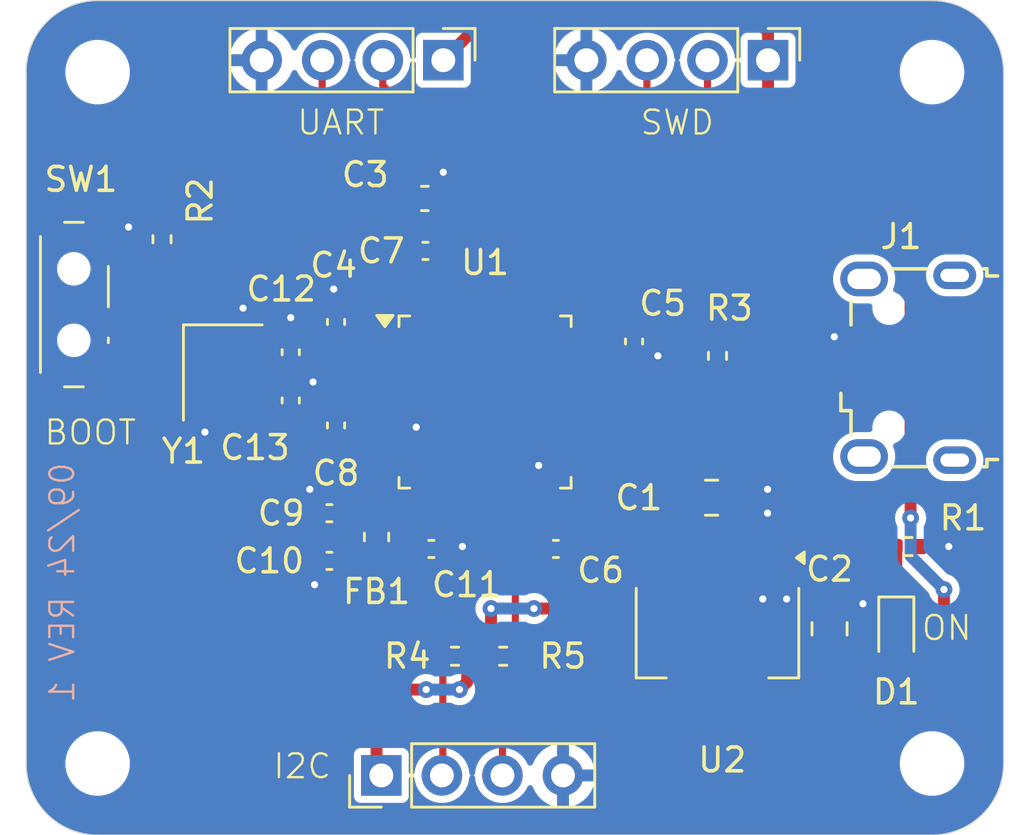
<source format=kicad_pcb>
(kicad_pcb (version 20240108) (generator "pcbnew") (generator_version "8.0")
  (layers (0 "F.Cu" signal) (31 "B.Cu" power) (34 "B.Paste" user) (35 "F.Paste" user) (36 "B.SilkS" user "B.Silkscreen") (37 "F.SilkS" user "F.Silkscreen") (38 "B.Mask" user) (39 "F.Mask" user) (44 "Edge.Cuts" user))
  (net 0 "")
  (net 1 "VBUS")
  (net 2 "GND")
  (net 3 "+3.3V")
  (net 4 "+3.3VA")
  (net 5 "/NRST")
  (net 6 "/HSE_IN")
  (net 7 "/HSE_OUT")
  (net 8 "/PWR__LED_K")
  (net 14 "/USB_D+")
  (net 15 "/USB_D-")
  (net 16 "/USART1_TX")
  (net 17 "/USART1_RX")
  (net 18 "/SW_DIO")
  (net 19 "/SW_CLK")
  (net 20 "/I2C2_SCL")
  (net 21 "/I2C2_SDA")
  (net 22 "/SW_BOOT0")
  (net 23 "/BOOT0")
  (footprint "Crystal:Crystal_SMD_3225-4Pin_3.2x2.5mm" (layer "F.Cu") (at 114.75 106.1 -90)
    (property "Reference" "Y1" (at 3.3 1.65 180) (layer "F.SilkS"))
    (property "Value" "16MHz" (hide yes))
    (fp_line (start -2 1.65) (end 2 1.65) (stroke (width 0.12)) (layer "F.SilkS"))
    (fp_line (start -2 -1.65) (end -2 1.65) (stroke (width 0.12)) (layer "F.SilkS"))
    (pad "1" smd rect (at -1.1 0.85 270) (size 1.4 1.2) (layers "F.Cu" "F.Paste" "F.Mask") (net 6 "/HSE_IN"))
    (pad "2" smd rect (at 1.1 0.85 270) (size 1.4 1.2) (layers "F.Cu" "F.Paste" "F.Mask") (net 2 "GND"))
    (pad "3" smd rect (at 1.1 -0.85 270) (size 1.4 1.2) (layers "F.Cu" "F.Paste" "F.Mask") (net 7 "/HSE_OUT"))
    (pad "4" smd rect (at -1.1 -0.85 270) (size 1.4 1.2) (layers "F.Cu" "F.Paste" "F.Mask") (net 2 "GND"))
  )
  (footprint "Connector_PinHeader_2.54mm:PinHeader_1x04_P2.54mm_Vertical" (layer "F.Cu") (at 121.4 123 90)
    (property "Reference" "J4" (hide yes))
    (property "Value" "Conn_01x04_Pin" (hide yes))
    (fp_line (start -1.33 -1.33) (end 0 -1.33) (stroke (width 0.12)) (layer "F.SilkS"))
    (fp_line (start -1.33 0) (end -1.33 -1.33) (stroke (width 0.12)) (layer "F.SilkS"))
    (fp_line (start 1.33 1.27) (end 1.33 8.95) (stroke (width 0.12)) (layer "F.SilkS"))
    (fp_line (start -1.33 1.27) (end 1.33 1.27) (stroke (width 0.12)) (layer "F.SilkS"))
    (fp_line (start -1.33 1.27) (end -1.33 8.95) (stroke (width 0.12)) (layer "F.SilkS"))
    (fp_line (start -1.33 8.95) (end 1.33 8.95) (stroke (width 0.12)) (layer "F.SilkS"))
    (pad "1" thru_hole rect (at 0 0 90) (size 1.7 1.7) (drill 1) (layers "*.Cu" "*.Mask") (net 3 "+3.3V"))
    (pad "2" thru_hole oval (at 0 2.54 90) (size 1.7 1.7) (drill 1) (layers "*.Cu" "*.Mask") (net 20 "/I2C2_SCL"))
    (pad "3" thru_hole oval (at 0 5.08 90) (size 1.7 1.7) (drill 1) (layers "*.Cu" "*.Mask") (net 21 "/I2C2_SDA"))
    (pad "4" thru_hole oval (at 0 7.62 90) (size 1.7 1.7) (drill 1) (layers "*.Cu" "*.Mask") (net 2 "GND"))
  )
  (footprint "Resistor_SMD:R_0402_1005Metric" (layer "F.Cu") (at 126.51 118)
    (property "Reference" "R5" (at 2.5 0 0) (layer "F.SilkS"))
    (property "Value" "1k5" (hide yes))
    (fp_line (start -0.153641 -0.38) (end 0.153641 -0.38) (stroke (width 0.12)) (layer "F.SilkS"))
    (fp_line (start -0.153641 0.38) (end 0.153641 0.38) (stroke (width 0.12)) (layer "F.SilkS"))
    (pad "1" smd roundrect (at -0.51 0) (size 0.54 0.64) (layers "F.Cu" "F.Paste" "F.Mask") (net 3 "+3.3V"))
    (pad "2" smd roundrect (at 0.51 0) (size 0.54 0.64) (layers "F.Cu" "F.Paste" "F.Mask") (net 21 "/I2C2_SDA"))
  )
  (footprint "Capacitor_SMD:C_0402_1005Metric" (layer "F.Cu") (at 119.22 112 180)
    (property "Reference" "C9" (at 2.02 0 360) (layer "F.SilkS"))
    (property "Value" "1u" (hide yes))
    (fp_line (start -0.107836 0.36) (end 0.107836 0.36) (stroke (width 0.12)) (layer "F.SilkS"))
    (fp_line (start -0.107836 -0.36) (end 0.107836 -0.36) (stroke (width 0.12)) (layer "F.SilkS"))
    (pad "1" smd roundrect (at -0.48 0 180) (size 0.56 0.62) (layers "F.Cu" "F.Paste" "F.Mask") (net 4 "+3.3VA"))
    (pad "2" smd roundrect (at 0.48 0 180) (size 0.56 0.62) (layers "F.Cu" "F.Paste" "F.Mask") (net 2 "GND"))
  )
  (footprint "Resistor_SMD:R_0402_1005Metric" (layer "F.Cu") (at 124.49 118 180)
    (property "Reference" "R4" (at 2 0 360) (layer "F.SilkS"))
    (property "Value" "1k5" (hide yes))
    (fp_line (start -0.153641 0.38) (end 0.153641 0.38) (stroke (width 0.12)) (layer "F.SilkS"))
    (fp_line (start -0.153641 -0.38) (end 0.153641 -0.38) (stroke (width 0.12)) (layer "F.SilkS"))
    (pad "1" smd roundrect (at -0.51 0 180) (size 0.54 0.64) (layers "F.Cu" "F.Paste" "F.Mask") (net 3 "+3.3V"))
    (pad "2" smd roundrect (at 0.51 0 180) (size 0.54 0.64) (layers "F.Cu" "F.Paste" "F.Mask") (net 20 "/I2C2_SCL"))
  )
  (footprint "Capacitor_SMD:C_0805_2012Metric" (layer "F.Cu") (at 135.25 111.35)
    (property "Reference" "C1" (at -3.05 0 0) (layer "F.SilkS"))
    (property "Value" "22u" (hide yes))
    (fp_line (start -0.261252 -0.735) (end 0.261252 -0.735) (stroke (width 0.12)) (layer "F.SilkS"))
    (fp_line (start -0.261252 0.735) (end 0.261252 0.735) (stroke (width 0.12)) (layer "F.SilkS"))
    (pad "1" smd roundrect (at -0.95 0) (size 1 1.45) (layers "F.Cu" "F.Paste" "F.Mask") (net 1 "VBUS"))
    (pad "2" smd roundrect (at 0.95 0) (size 1 1.45) (layers "F.Cu" "F.Paste" "F.Mask") (net 2 "GND"))
  )
  (footprint "Connector_USB:USB_Micro-B_Wuerth_629105150521" (layer "F.Cu") (at 143.5 105.9 90)
    (property "Reference" "J1" (at 5.5 -0.3 180) (layer "F.SilkS"))
    (property "Value" "USB_B_Micro" (hide yes))
    (fp_line (start -1.075 -2.825) (end -1.8 -2.825) (stroke (width 0.15)) (layer "F.SilkS"))
    (fp_line (start -1.8 -2.825) (end -1.8 -2.4) (stroke (width 0.15)) (layer "F.SilkS"))
    (fp_line (start 1.8 -2.4) (end 2.8 -2.4) (stroke (width 0.15)) (layer "F.SilkS"))
    (fp_line (start -1.8 -2.4) (end -2.8 -2.4) (stroke (width 0.15)) (layer "F.SilkS"))
    (fp_line (start -4.15 -0.65) (end -4.15 0.75) (stroke (width 0.15)) (layer "F.SilkS"))
    (fp_line (start 4.15 0.75) (end 4.15 -0.65) (stroke (width 0.15)) (layer "F.SilkS"))
    (fp_line (start -4.15 3.15) (end -4.15 3.3) (stroke (width 0.15)) (layer "F.SilkS"))
    (fp_line (start 4.15 3.3) (end 4.15 3.15) (stroke (width 0.15)) (layer "F.SilkS"))
    (fp_line (start 3.85 3.3) (end 4.15 3.3) (stroke (width 0.15)) (layer "F.SilkS"))
    (fp_line (start -3.85 3.3) (end -3.85 3.75) (stroke (width 0.15)) (layer "F.SilkS"))
    (fp_line (start -4.15 3.3) (end -3.85 3.3) (stroke (width 0.15)) (layer "F.SilkS"))
    (fp_line (start 3.85 3.75) (end 3.85 3.3) (stroke (width 0.15)) (layer "F.SilkS"))
    (pad "" np_thru_hole oval (at -2.5 -0.8 90) (size 0.8 0.8) (drill 0.8) (layers "*.Cu" "*.Mask"))
    (pad "" np_thru_hole oval (at 2.5 -0.8 90) (size 0.8 0.8) (drill 0.8) (layers "*.Cu" "*.Mask"))
    (pad "1" smd rect (at -1.3 -1.9 90) (size 0.45 1.3) (layers "F.Cu" "F.Paste" "F.Mask") (net 1 "VBUS"))
    (pad "2" smd rect (at -0.65 -1.9 90) (size 0.45 1.3) (layers "F.Cu" "F.Paste" "F.Mask") (net 15 "/USB_D-"))
    (pad "3" smd rect (at 0 -1.9 90) (size 0.45 1.3) (layers "F.Cu" "F.Paste" "F.Mask") (net 14 "/USB_D+"))
    (pad "4" smd rect (at 0.65 -1.9 90) (size 0.45 1.3) (layers "F.Cu" "F.Paste" "F.Mask"))
    (pad "5" smd rect (at 1.3 -1.9 90) (size 0.45 1.3) (layers "F.Cu" "F.Paste" "F.Mask") (net 2 "GND"))
    (pad "6" thru_hole oval (at -3.875 1.95 90) (size 1.15 1.8) (drill oval 0.55 1.2) (layers "*.Cu" "*.Mask"))
    (pad "6" thru_hole oval (at -3.725 -1.85 90) (size 1.45 2) (drill oval 0.85 1.4) (layers "*.Cu" "*.Mask"))
    (pad "6" thru_hole oval (at 3.725 -1.85 90) (size 1.45 2) (drill oval 0.85 1.4) (layers "*.Cu" "*.Mask"))
    (pad "6" thru_hole oval (at 3.875 1.95 90) (size 1.15 1.8) (drill oval 0.55 1.2) (layers "*.Cu" "*.Mask"))
  )
  (footprint "Package_QFP:LQFP-48_7x7mm_P0.5mm" (layer "F.Cu") (at 125.75 107.3375)
    (property "Reference" "U1" (at 0 -5.85 0) (layer "F.SilkS"))
    (property "Value" "STM32F103C8T6" (hide yes))
    (fp_line (start -3.61 -3.61) (end -3.61 -3.16) (stroke (width 0.12)) (layer "F.SilkS"))
    (fp_line (start -3.61 3.61) (end -3.61 3.16) (stroke (width 0.12)) (layer "F.SilkS"))
    (fp_line (start -3.16 -3.61) (end -3.61 -3.61) (stroke (width 0.12)) (layer "F.SilkS"))
    (fp_line (start -3.16 3.61) (end -3.61 3.61) (stroke (width 0.12)) (layer "F.SilkS"))
    (fp_line (start 3.16 -3.61) (end 3.61 -3.61) (stroke (width 0.12)) (layer "F.SilkS"))
    (fp_line (start 3.16 3.61) (end 3.61 3.61) (stroke (width 0.12)) (layer "F.SilkS"))
    (fp_line (start 3.61 -3.61) (end 3.61 -3.16) (stroke (width 0.12)) (layer "F.SilkS"))
    (fp_line (start 3.61 3.61) (end 3.61 3.16) (stroke (width 0.12)) (layer "F.SilkS"))
    (fp_poly (pts (xy -4.2 -3.16) (xy -4.54 -3.63) (xy -3.86 -3.63) (xy -4.2 -3.16)) (stroke (width 0.12)) (fill solid) (layer "F.SilkS"))
    (pad "1" smd roundrect (at -4.1625 -2.75) (size 1.475 0.3) (layers "F.Cu" "F.Paste" "F.Mask") (net 3 "+3.3V"))
    (pad "2" smd roundrect (at -4.1625 -2.25) (size 1.475 0.3) (layers "F.Cu" "F.Paste" "F.Mask"))
    (pad "3" smd roundrect (at -4.1625 -1.75) (size 1.475 0.3) (layers "F.Cu" "F.Paste" "F.Mask"))
    (pad "4" smd roundrect (at -4.1625 -1.25) (size 1.475 0.3) (layers "F.Cu" "F.Paste" "F.Mask"))
    (pad "5" smd roundrect (at -4.1625 -0.75) (size 1.475 0.3) (layers "F.Cu" "F.Paste" "F.Mask") (net 6 "/HSE_IN"))
    (pad "6" smd roundrect (at -4.1625 -0.25) (size 1.475 0.3) (layers "F.Cu" "F.Paste" "F.Mask") (net 7 "/HSE_OUT"))
    (pad "7" smd roundrect (at -4.1625 0.25) (size 1.475 0.3) (layers "F.Cu" "F.Paste" "F.Mask") (net 5 "/NRST"))
    (pad "8" smd roundrect (at -4.1625 0.75) (size 1.475 0.3) (layers "F.Cu" "F.Paste" "F.Mask") (net 2 "GND"))
    (pad "9" smd roundrect (at -4.1625 1.25) (size 1.475 0.3) (layers "F.Cu" "F.Paste" "F.Mask") (net 4 "+3.3VA"))
    (pad "10" smd roundrect (at -4.1625 1.75) (size 1.475 0.3) (layers "F.Cu" "F.Paste" "F.Mask"))
    (pad "11" smd roundrect (at -4.1625 2.25) (size 1.475 0.3) (layers "F.Cu" "F.Paste" "F.Mask"))
    (pad "12" smd roundrect (at -4.1625 2.75) (size 1.475 0.3) (layers "F.Cu" "F.Paste" "F.Mask"))
    (pad "13" smd roundrect (at -2.75 4.1625) (size 0.3 1.475) (layers "F.Cu" "F.Paste" "F.Mask"))
    (pad "14" smd roundrect (at -2.25 4.1625) (size 0.3 1.475) (layers "F.Cu" "F.Paste" "F.Mask"))
    (pad "15" smd roundrect (at -1.75 4.1625) (size 0.3 1.475) (layers "F.Cu" "F.Paste" "F.Mask"))
    (pad "16" smd roundrect (at -1.25 4.1625) (size 0.3 1.475) (layers "F.Cu" "F.Paste" "F.Mask"))
    (pad "17" smd roundrect (at -0.75 4.1625) (size 0.3 1.475) (layers "F.Cu" "F.Paste" "F.Mask"))
    (pad "18" smd roundrect (at -0.25 4.1625) (size 0.3 1.475) (layers "F.Cu" "F.Paste" "F.Mask"))
    (pad "19" smd roundrect (at 0.25 4.1625) (size 0.3 1.475) (layers "F.Cu" "F.Paste" "F.Mask"))
    (pad "20" smd roundrect (at 0.75 4.1625) (size 0.3 1.475) (layers "F.Cu" "F.Paste" "F.Mask"))
    (pad "21" smd roundrect (at 1.25 4.1625) (size 0.3 1.475) (layers "F.Cu" "F.Paste" "F.Mask") (net 20 "/I2C2_SCL"))
    (pad "22" smd roundrect (at 1.75 4.1625) (size 0.3 1.475) (layers "F.Cu" "F.Paste" "F.Mask") (net 21 "/I2C2_SDA"))
    (pad "23" smd roundrect (at 2.25 4.1625) (size 0.3 1.475) (layers "F.Cu" "F.Paste" "F.Mask") (net 2 "GND"))
    (pad "24" smd roundrect (at 2.75 4.1625) (size 0.3 1.475) (layers "F.Cu" "F.Paste" "F.Mask") (net 3 "+3.3V"))
    (pad "25" smd roundrect (at 4.1625 2.75) (size 1.475 0.3) (layers "F.Cu" "F.Paste" "F.Mask"))
    (pad "26" smd roundrect (at 4.1625 2.25) (size 1.475 0.3) (layers "F.Cu" "F.Paste" "F.Mask"))
    (pad "27" smd roundrect (at 4.1625 1.75) (size 1.475 0.3) (layers "F.Cu" "F.Paste" "F.Mask"))
    (pad "28" smd roundrect (at 4.1625 1.25) (size 1.475 0.3) (layers "F.Cu" "F.Paste" "F.Mask"))
    (pad "29" smd roundrect (at 4.1625 0.75) (size 1.475 0.3) (layers "F.Cu" "F.Paste" "F.Mask"))
    (pad "30" smd roundrect (at 4.1625 0.25) (size 1.475 0.3) (layers "F.Cu" "F.Paste" "F.Mask"))
    (pad "31" smd roundrect (at 4.1625 -0.25) (size 1.475 0.3) (layers "F.Cu" "F.Paste" "F.Mask"))
    (pad "32" smd roundrect (at 4.1625 -0.75) (size 1.475 0.3) (layers "F.Cu" "F.Paste" "F.Mask") (net 15 "/USB_D-"))
    (pad "33" smd roundrect (at 4.1625 -1.25) (size 1.475 0.3) (layers "F.Cu" "F.Paste" "F.Mask") (net 14 "/USB_D+"))
    (pad "34" smd roundrect (at 4.1625 -1.75) (size 1.475 0.3) (layers "F.Cu" "F.Paste" "F.Mask") (net 18 "/SW_DIO"))
    (pad "35" smd roundrect (at 4.1625 -2.25) (size 1.475 0.3) (layers "F.Cu" "F.Paste" "F.Mask") (net 2 "GND"))
    (pad "36" smd roundrect (at 4.1625 -2.75) (size 1.475 0.3) (layers "F.Cu" "F.Paste" "F.Mask") (net 3 "+3.3V"))
    (pad "37" smd roundrect (at 2.75 -4.1625) (size 0.3 1.475) (layers "F.Cu" "F.Paste" "F.Mask") (net 19 "/SW_CLK"))
    (pad "38" smd roundrect (at 2.25 -4.1625) (size 0.3 1.475) (layers "F.Cu" "F.Paste" "F.Mask"))
    (pad "39" smd roundrect (at 1.75 -4.1625) (size 0.3 1.475) (layers "F.Cu" "F.Paste" "F.Mask"))
    (pad "40" smd roundrect (at 1.25 -4.1625) (size 0.3 1.475) (layers "F.Cu" "F.Paste" "F.Mask"))
    (pad "41" smd roundrect (at 0.75 -4.1625) (size 0.3 1.475) (layers "F.Cu" "F.Paste" "F.Mask"))
    (pad "42" smd roundrect (at 0.25 -4.1625) (size 0.3 1.475) (layers "F.Cu" "F.Paste" "F.Mask") (net 16 "/USART1_TX"))
    (pad "43" smd roundrect (at -0.25 -4.1625) (size 0.3 1.475) (layers "F.Cu" "F.Paste" "F.Mask") (net 17 "/USART1_RX"))
    (pad "44" smd roundrect (at -0.75 -4.1625) (size 0.3 1.475) (layers "F.Cu" "F.Paste" "F.Mask") (net 23 "/BOOT0"))
    (pad "45" smd roundrect (at -1.25 -4.1625) (size 0.3 1.475) (layers "F.Cu" "F.Paste" "F.Mask"))
    (pad "46" smd roundrect (at -1.75 -4.1625) (size 0.3 1.475) (layers "F.Cu" "F.Paste" "F.Mask"))
    (pad "47" smd roundrect (at -2.25 -4.1625) (size 0.3 1.475) (layers "F.Cu" "F.Paste" "F.Mask") (net 2 "GND"))
    (pad "48" smd roundrect (at -2.75 -4.1625) (size 0.3 1.475) (layers "F.Cu" "F.Paste" "F.Mask") (net 3 "+3.3V"))
  )
  (footprint "Capacitor_SMD:C_0402_1005Metric" (layer "F.Cu") (at 119.22 114 180)
    (property "Reference" "C10" (at 2.52 0 360) (layer "F.SilkS"))
    (property "Value" "1u" (hide yes))
    (fp_line (start -0.107836 0.36) (end 0.107836 0.36) (stroke (width 0.12)) (layer "F.SilkS"))
    (fp_line (start -0.107836 -0.36) (end 0.107836 -0.36) (stroke (width 0.12)) (layer "F.SilkS"))
    (pad "1" smd roundrect (at -0.48 0 180) (size 0.56 0.62) (layers "F.Cu" "F.Paste" "F.Mask") (net 3 "+3.3V"))
    (pad "2" smd roundrect (at 0.48 0 180) (size 0.56 0.62) (layers "F.Cu" "F.Paste" "F.Mask") (net 2 "GND"))
  )
  (footprint "MountingHole:MountingHole_2.2mm_M2" (layer "F.Cu") (at 144.5 122.5)
    (property "Reference" "H2" (hide yes))
    (property "Value" "MountingHole" (hide yes))
    (pad "" np_thru_hole circle (at 0 0) (size 2.2 2.2) (drill 2.2) (layers "*.Cu" "*.Mask"))
  )
  (footprint "Capacitor_SMD:C_0402_1005Metric" (layer "F.Cu") (at 117.6 105.25 90)
    (property "Reference" "C12" (at 2.65 -0.4 180) (layer "F.SilkS"))
    (property "Value" "10p" (hide yes))
    (fp_line (start -0.107836 -0.36) (end 0.107836 -0.36) (stroke (width 0.12)) (layer "F.SilkS"))
    (fp_line (start -0.107836 0.36) (end 0.107836 0.36) (stroke (width 0.12)) (layer "F.SilkS"))
    (pad "1" smd roundrect (at -0.48 0 90) (size 0.56 0.62) (layers "F.Cu" "F.Paste" "F.Mask") (net 6 "/HSE_IN"))
    (pad "2" smd roundrect (at 0.48 0 90) (size 0.56 0.62) (layers "F.Cu" "F.Paste" "F.Mask") (net 2 "GND"))
  )
  (footprint "Resistor_SMD:R_0402_1005Metric" (layer "F.Cu") (at 135.5 105.4 90)
    (property "Reference" "R3" (at 2 0.5 180) (layer "F.SilkS"))
    (property "Value" "1k5" (hide yes))
    (fp_line (start -0.153641 -0.38) (end 0.153641 -0.38) (stroke (width 0.12)) (layer "F.SilkS"))
    (fp_line (start -0.153641 0.38) (end 0.153641 0.38) (stroke (width 0.12)) (layer "F.SilkS"))
    (pad "1" smd roundrect (at -0.51 0 90) (size 0.54 0.64) (layers "F.Cu" "F.Paste" "F.Mask") (net 14 "/USB_D+"))
    (pad "2" smd roundrect (at 0.51 0 90) (size 0.54 0.64) (layers "F.Cu" "F.Paste" "F.Mask") (net 3 "+3.3V"))
  )
  (footprint "Capacitor_SMD:C_0603_1608Metric" (layer "F.Cu") (at 123.225 98.8)
    (property "Reference" "C3" (at -2.5 -1 360) (layer "F.SilkS"))
    (property "Value" "10u" (hide yes))
    (fp_line (start -0.14058 -0.51) (end 0.14058 -0.51) (stroke (width 0.12)) (layer "F.SilkS"))
    (fp_line (start -0.14058 0.51) (end 0.14058 0.51) (stroke (width 0.12)) (layer "F.SilkS"))
    (pad "1" smd roundrect (at -0.775 0) (size 0.9 0.95) (layers "F.Cu" "F.Paste" "F.Mask") (net 3 "+3.3V"))
    (pad "2" smd roundrect (at 0.775 0) (size 0.9 0.95) (layers "F.Cu" "F.Paste" "F.Mask") (net 2 "GND"))
  )
  (footprint "Package_TO_SOT_SMD:SOT-223-3_TabPin2" (layer "F.Cu") (at 135.5 117 -90)
    (property "Reference" "U2" (at 5.35 -0.2 180) (layer "F.SilkS"))
    (property "Value" "AMS1117-3.3" (hide yes))
    (fp_line (start -1.85 3.41) (end 1.91 3.41) (stroke (width 0.12)) (layer "F.SilkS"))
    (fp_line (start 1.91 3.41) (end 1.91 2.15) (stroke (width 0.12)) (layer "F.SilkS"))
    (fp_line (start -1.85 -3.41) (end 1.91 -3.41) (stroke (width 0.12)) (layer "F.SilkS"))
    (fp_line (start 1.91 -3.41) (end 1.91 -2.15) (stroke (width 0.12)) (layer "F.SilkS"))
    (fp_poly (pts (xy -3.13 -3.31) (xy -3.37 -3.64) (xy -2.89 -3.64) (xy -3.13 -3.31)) (stroke (width 0.12)) (fill solid) (layer "F.SilkS"))
    (pad "1" smd roundrect (at -3.15 -2.3 270) (size 2 1.5) (layers "F.Cu" "F.Paste" "F.Mask") (net 2 "GND"))
    (pad "2" smd roundrect (at -3.15 0 270) (size 2 1.5) (layers "F.Cu" "F.Paste" "F.Mask") (net 3 "+3.3V"))
    (pad "2" smd roundrect (at 3.15 0 270) (size 2 3.8) (layers "F.Cu" "F.Paste" "F.Mask") (net 3 "+3.3V"))
    (pad "3" smd roundrect (at -3.15 2.3 270) (size 2 1.5) (layers "F.Cu" "F.Paste" "F.Mask") (net 1 "VBUS"))
  )
  (footprint "Capacitor_SMD:C_0402_1005Metric" (layer "F.Cu") (at 128.72 113.5 180)
    (property "Reference" "C6" (at -1.88 -0.9 360) (layer "F.SilkS"))
    (property "Value" "100n" (hide yes))
    (fp_line (start -0.107836 0.36) (end 0.107836 0.36) (stroke (width 0.12)) (layer "F.SilkS"))
    (fp_line (start -0.107836 -0.36) (end 0.107836 -0.36) (stroke (width 0.12)) (layer "F.SilkS"))
    (pad "1" smd roundrect (at -0.48 0 180) (size 0.56 0.62) (layers "F.Cu" "F.Paste" "F.Mask") (net 3 "+3.3V"))
    (pad "2" smd roundrect (at 0.48 0 180) (size 0.56 0.62) (layers "F.Cu" "F.Paste" "F.Mask") (net 2 "GND"))
  )
  (footprint "Capacitor_SMD:C_0402_1005Metric" (layer "F.Cu") (at 119.5 103.98 90)
    (property "Reference" "C4" (at 2.38 -0.1 180) (layer "F.SilkS"))
    (property "Value" "100n" (hide yes))
    (fp_line (start -0.107836 -0.36) (end 0.107836 -0.36) (stroke (width 0.12)) (layer "F.SilkS"))
    (fp_line (start -0.107836 0.36) (end 0.107836 0.36) (stroke (width 0.12)) (layer "F.SilkS"))
    (pad "1" smd roundrect (at -0.48 0 90) (size 0.56 0.62) (layers "F.Cu" "F.Paste" "F.Mask") (net 3 "+3.3V"))
    (pad "2" smd roundrect (at 0.48 0 90) (size 0.56 0.62) (layers "F.Cu" "F.Paste" "F.Mask") (net 2 "GND"))
  )
  (footprint "Button_Switch_SMD:SW_SPDT_PCM12" (layer "F.Cu") (at 108.83 103.25 -90)
    (property "Reference" "SW1" (at -5.25 0.03 0) (layer "F.SilkS"))
    (property "Value" "SW_SPDT" (hide yes))
    (fp_line (start -2.85 1.73) (end 2.85 1.73) (stroke (width 0.12)) (layer "F.SilkS"))
    (fp_line (start 3.45 0.72) (end 3.45 -0.07) (stroke (width 0.12)) (layer "F.SilkS"))
    (fp_line (start -3.45 -0.07) (end -3.45 0.72) (stroke (width 0.12)) (layer "F.SilkS"))
    (fp_line (start -1.6 -1.12) (end 0.1 -1.12) (stroke (width 0.12)) (layer "F.SilkS"))
    (fp_line (start 1.4 -1.12) (end 1.6 -1.12) (stroke (width 0.12)) (layer "F.SilkS"))
    (pad "" smd rect (at -3.65 -0.78 270) (size 1 0.8) (layers "F.Cu" "F.Paste" "F.Mask"))
    (pad "" smd rect (at -3.65 1.43 270) (size 1 0.8) (layers "F.Cu" "F.Paste" "F.Mask"))
    (pad "" np_thru_hole circle (at -1.5 0.33 270) (size 0.9 0.9) (drill 0.9) (layers "*.Cu" "*.Mask"))
    (pad "" np_thru_hole circle (at 1.5 0.33 270) (size 0.9 0.9) (drill 0.9) (layers "*.Cu" "*.Mask"))
    (pad "" smd rect (at 3.65 -0.78 270) (size 1 0.8) (layers "F.Cu" "F.Paste" "F.Mask"))
    (pad "" smd rect (at 3.65 1.43 270) (size 1 0.8) (layers "F.Cu" "F.Paste" "F.Mask"))
    (pad "1" smd rect (at -2.25 -1.43 270) (size 0.7 1.5) (layers "F.Cu" "F.Paste" "F.Mask") (net 2 "GND"))
    (pad "2" smd rect (at 0.75 -1.43 270) (size 0.7 1.5) (layers "F.Cu" "F.Paste" "F.Mask") (net 22 "/SW_BOOT0"))
    (pad "3" smd rect (at 2.25 -1.43 270) (size 0.7 1.5) (layers "F.Cu" "F.Paste" "F.Mask") (net 3 "+3.3V"))
  )
  (footprint "Capacitor_SMD:C_0402_1005Metric" (layer "F.Cu") (at 119.5 108.32 90)
    (property "Reference" "C8" (at -2 0 180) (layer "F.SilkS"))
    (property "Value" "10n" (hide yes))
    (fp_line (start -0.107836 -0.36) (end 0.107836 -0.36) (stroke (width 0.12)) (layer "F.SilkS"))
    (fp_line (start -0.107836 0.36) (end 0.107836 0.36) (stroke (width 0.12)) (layer "F.SilkS"))
    (pad "1" smd roundrect (at -0.48 0 90) (size 0.56 0.62) (layers "F.Cu" "F.Paste" "F.Mask") (net 4 "+3.3VA"))
    (pad "2" smd roundrect (at 0.48 0 90) (size 0.56 0.62) (layers "F.Cu" "F.Paste" "F.Mask") (net 2 "GND"))
  )
  (footprint "MountingHole:MountingHole_2.2mm_M2" (layer "F.Cu") (at 109.5 93.5)
    (property "Reference" "H4" (hide yes))
    (property "Value" "MountingHole" (hide yes))
    (pad "" np_thru_hole circle (at 0 0) (size 2.2 2.2) (drill 2.2) (layers "*.Cu" "*.Mask"))
  )
  (footprint "Connector_PinHeader_2.54mm:PinHeader_1x04_P2.54mm_Vertical" (layer "F.Cu") (at 137.62 93 -90)
    (property "Reference" "J3" (hide yes))
    (property "Value" "Conn_01x04_Pin" (hide yes))
    (fp_line (start -1.33 8.95) (end 1.33 8.95) (stroke (width 0.12)) (layer "F.SilkS"))
    (fp_line (start -1.33 1.27) (end -1.33 8.95) (stroke (width 0.12)) (layer "F.SilkS"))
    (fp_line (start -1.33 1.27) (end 1.33 1.27) (stroke (width 0.12)) (layer "F.SilkS"))
    (fp_line (start 1.33 1.27) (end 1.33 8.95) (stroke (width 0.12)) (layer "F.SilkS"))
    (fp_line (start -1.33 0) (end -1.33 -1.33) (stroke (width 0.12)) (layer "F.SilkS"))
    (fp_line (start -1.33 -1.33) (end 0 -1.33) (stroke (width 0.12)) (layer "F.SilkS"))
    (pad "1" thru_hole rect (at 0 0 270) (size 1.7 1.7) (drill 1) (layers "*.Cu" "*.Mask") (net 3 "+3.3V"))
    (pad "2" thru_hole oval (at 0 2.54 270) (size 1.7 1.7) (drill 1) (layers "*.Cu" "*.Mask") (net 18 "/SW_DIO"))
    (pad "3" thru_hole oval (at 0 5.08 270) (size 1.7 1.7) (drill 1) (layers "*.Cu" "*.Mask") (net 19 "/SW_CLK"))
    (pad "4" thru_hole oval (at 0 7.62 270) (size 1.7 1.7) (drill 1) (layers "*.Cu" "*.Mask") (net 2 "GND"))
  )
  (footprint "LED_SMD:LED_0603_1608Metric" (layer "F.Cu") (at 143 117 -90)
    (property "Reference" "D1" (at 2.5 0 180) (layer "F.SilkS"))
    (property "Value" "LED" (hide yes))
    (fp_line (start -1.485 0.735) (end 0.8 0.735) (stroke (width 0.12)) (layer "F.SilkS"))
    (fp_line (start -1.485 -0.735) (end -1.485 0.735) (stroke (width 0.12)) (layer "F.SilkS"))
    (fp_line (start 0.8 -0.735) (end -1.485 -0.735) (stroke (width 0.12)) (layer "F.SilkS"))
    (pad "1" smd roundrect (at -0.7875 0 270) (size 0.875 0.95) (layers "F.Cu" "F.Paste" "F.Mask") (net 8 "/PWR__LED_K"))
    (pad "2" smd roundrect (at 0.7875 0 270) (size 0.875 0.95) (layers "F.Cu" "F.Paste" "F.Mask") (net 3 "+3.3V"))
  )
  (footprint "Inductor_SMD:L_0603_1608Metric" (layer "F.Cu") (at 121.2 113 90)
    (property "Reference" "FB1" (at -2.2875 0 180) (layer "F.SilkS"))
    (property "Value" "120R" (hide yes))
    (fp_line (start -0.162779 -0.51) (end 0.162779 -0.51) (stroke (width 0.12)) (layer "F.SilkS"))
    (fp_line (start -0.162779 0.51) (end 0.162779 0.51) (stroke (width 0.12)) (layer "F.SilkS"))
    (pad "1" smd roundrect (at -0.7875 0 90) (size 0.875 0.95) (layers "F.Cu" "F.Paste" "F.Mask") (net 3 "+3.3V"))
    (pad "2" smd roundrect (at 0.7875 0 90) (size 0.875 0.95) (layers "F.Cu" "F.Paste" "F.Mask") (net 4 "+3.3VA"))
  )
  (footprint "Resistor_SMD:R_0402_1005Metric" (layer "F.Cu") (at 143.51 113.4)
    (property "Reference" "R1" (at 2.29 -1.2 180) (layer "F.SilkS"))
    (property "Value" "1k5" (hide yes))
    (fp_line (start -0.153641 -0.38) (end 0.153641 -0.38) (stroke (width 0.12)) (layer "F.SilkS"))
    (fp_line (start -0.153641 0.38) (end 0.153641 0.38) (stroke (width 0.12)) (layer "F.SilkS"))
    (pad "1" smd roundrect (at -0.51 0) (size 0.54 0.64) (layers "F.Cu" "F.Paste" "F.Mask") (net 8 "/PWR__LED_K"))
    (pad "2" smd roundrect (at 0.51 0) (size 0.54 0.64) (layers "F.Cu" "F.Paste" "F.Mask") (net 2 "GND"))
  )
  (footprint "Capacitor_SMD:C_0805_2012Metric" (layer "F.Cu") (at 140.2 116.85 90)
    (property "Reference" "C2" (at 2.5 0 180) (layer "F.SilkS"))
    (property "Value" "22u" (hide yes))
    (fp_line (start -0.261252 -0.735) (end 0.261252 -0.735) (stroke (width 0.12)) (layer "F.SilkS"))
    (fp_line (start -0.261252 0.735) (end 0.261252 0.735) (stroke (width 0.12)) (layer "F.SilkS"))
    (pad "1" smd roundrect (at -0.95 0 90) (size 1 1.45) (layers "F.Cu" "F.Paste" "F.Mask") (net 3 "+3.3V"))
    (pad "2" smd roundrect (at 0.95 0 90) (size 1 1.45) (layers "F.Cu" "F.Paste" "F.Mask") (net 2 "GND"))
  )
  (footprint "Capacitor_SMD:C_0402_1005Metric" (layer "F.Cu") (at 117.6 107.27 90)
    (property "Reference" "C13" (at -1.98 -1.5 180) (layer "F.SilkS"))
    (property "Value" "10p" (hide yes))
    (fp_line (start -0.107836 -0.36) (end 0.107836 -0.36) (stroke (width 0.12)) (layer "F.SilkS"))
    (fp_line (start -0.107836 0.36) (end 0.107836 0.36) (stroke (width 0.12)) (layer "F.SilkS"))
    (pad "1" smd roundrect (at -0.48 0 90) (size 0.56 0.62) (layers "F.Cu" "F.Paste" "F.Mask") (net 7 "/HSE_OUT"))
    (pad "2" smd roundrect (at 0.48 0 90) (size 0.56 0.62) (layers "F.Cu" "F.Paste" "F.Mask") (net 2 "GND"))
  )
  (footprint "MountingHole:MountingHole_2.2mm_M2" (layer "F.Cu") (at 144.5 93.5)
    (property "Reference" "H3" (hide yes))
    (property "Value" "MountingHole" (hide yes))
    (pad "" np_thru_hole circle (at 0 0) (size 2.2 2.2) (drill 2.2) (layers "*.Cu" "*.Mask"))
  )
  (footprint "Resistor_SMD:R_0402_1005Metric" (layer "F.Cu") (at 112.2 100.51 90)
    (property "Reference" "R2" (at 1.6 1.6 90) (layer "F.SilkS"))
    (property "Value" "10K" (hide yes))
    (fp_line (start -0.153641 -0.38) (end 0.153641 -0.38) (stroke (width 0.12)) (layer "F.SilkS"))
    (fp_line (start -0.153641 0.38) (end 0.153641 0.38) (stroke (width 0.12)) (layer "F.SilkS"))
    (pad "1" smd roundrect (at -0.51 0 90) (size 0.54 0.64) (layers "F.Cu" "F.Paste" "F.Mask") (net 22 "/SW_BOOT0"))
    (pad "2" smd roundrect (at 0.51 0 90) (size 0.54 0.64) (layers "F.Cu" "F.Paste" "F.Mask") (net 23 "/BOOT0"))
  )
  (footprint "Capacitor_SMD:C_0402_1005Metric" (layer "F.Cu") (at 132 104.8 -90)
    (property "Reference" "C5" (at -1.6 -1.2 360) (layer "F.SilkS"))
    (property "Value" "100n" (hide yes))
    (fp_line (start -0.107836 0.36) (end 0.107836 0.36) (stroke (width 0.12)) (layer "F.SilkS"))
    (fp_line (start -0.107836 -0.36) (end 0.107836 -0.36) (stroke (width 0.12)) (layer "F.SilkS"))
    (pad "1" smd roundrect (at -0.48 0 270) (size 0.56 0.62) (layers "F.Cu" "F.Paste" "F.Mask") (net 3 "+3.3V"))
    (pad "2" smd roundrect (at 0.48 0 270) (size 0.56 0.62) (layers "F.Cu" "F.Paste" "F.Mask") (net 2 "GND"))
  )
  (footprint "MountingHole:MountingHole_2.2mm_M2" (layer "F.Cu") (at 109.5 122.5)
    (property "Reference" "H1" (hide yes))
    (property "Value" "MountingHole" (hide yes))
    (pad "" np_thru_hole circle (at 0 0) (size 2.2 2.2) (drill 2.2) (layers "*.Cu" "*.Mask"))
  )
  (footprint "Capacitor_SMD:C_0402_1005Metric" (layer "F.Cu") (at 123.25 101)
    (property "Reference" "C7" (at -1.85 0 180) (layer "F.SilkS"))
    (property "Value" "100n" (hide yes))
    (fp_line (start -0.107836 -0.36) (end 0.107836 -0.36) (stroke (width 0.12)) (layer "F.SilkS"))
    (fp_line (start -0.107836 0.36) (end 0.107836 0.36) (stroke (width 0.12)) (layer "F.SilkS"))
    (pad "1" smd roundrect (at -0.48 0) (size 0.56 0.62) (layers "F.Cu" "F.Paste" "F.Mask") (net 3 "+3.3V"))
    (pad "2" smd roundrect (at 0.48 0) (size 0.56 0.62) (layers "F.Cu" "F.Paste" "F.Mask") (net 2 "GND"))
  )
  (footprint "Capacitor_SMD:C_0402_1005Metric" (layer "F.Cu") (at 123.5 113.5)
    (property "Reference" "C11" (at 1.48 1.5 0) (layer "F.SilkS"))
    (property "Value" "100n" (hide yes))
    (fp_line (start -0.107836 -0.36) (end 0.107836 -0.36) (stroke (width 0.12)) (layer "F.SilkS"))
    (fp_line (start -0.107836 0.36) (end 0.107836 0.36) (stroke (width 0.12)) (layer "F.SilkS"))
    (pad "1" smd roundrect (at -0.48 0) (size 0.56 0.62) (layers "F.Cu" "F.Paste" "F.Mask") (net 5 "/NRST"))
    (pad "2" smd roundrect (at 0.48 0) (size 0.56 0.62) (layers "F.Cu" "F.Paste" "F.Mask") (net 2 "GND"))
  )
  (footprint "Connector_PinHeader_2.54mm:PinHeader_1x04_P2.54mm_Vertical" (layer "F.Cu") (at 124 93 -90)
    (property "Reference" "J2" (hide yes))
    (property "Value" "Conn_01x04_Pin" (hide yes))
    (fp_line (start -1.33 8.95) (end 1.33 8.95) (stroke (width 0.12)) (layer "F.SilkS"))
    (fp_line (start -1.33 1.27) (end -1.33 8.95) (stroke (width 0.12)) (layer "F.SilkS"))
    (fp_line (start -1.33 1.27) (end 1.33 1.27) (stroke (width 0.12)) (layer "F.SilkS"))
    (fp_line (start 1.33 1.27) (end 1.33 8.95) (stroke (width 0.12)) (layer "F.SilkS"))
    (fp_line (start -1.33 0) (end -1.33 -1.33) (stroke (width 0.12)) (layer "F.SilkS"))
    (fp_line (start -1.33 -1.33) (end 0 -1.33) (stroke (width 0.12)) (layer "F.SilkS"))
    (pad "1" thru_hole rect (at 0 0 270) (size 1.7 1.7) (drill 1) (layers "*.Cu" "*.Mask") (net 3 "+3.3V"))
    (pad "2" thru_hole oval (at 0 2.54 270) (size 1.7 1.7) (drill 1) (layers "*.Cu" "*.Mask") (net 16 "/USART1_TX"))
    (pad "3" thru_hole oval (at 0 5.08 270) (size 1.7 1.7) (drill 1) (layers "*.Cu" "*.Mask") (net 17 "/USART1_RX"))
    (pad "4" thru_hole oval (at 0 7.62 270) (size 1.7 1.7) (drill 1) (layers "*.Cu" "*.Mask") (net 2 "GND"))
  )
  (gr_arc (start 109.5 125.5) (mid 107.37868 124.62132) (end 106.5 122.5) (stroke (width 0.05)) (layer "Edge.Cuts"))
  (gr_arc (start 144.5 90.5) (mid 146.62132 91.37868) (end 147.5 93.5) (stroke (width 0.05)) (layer "Edge.Cuts"))
  (gr_line (start 109.5 90.5) (end 144.5 90.5) (stroke (width 0.05)) (layer "Edge.Cuts"))
  (gr_arc (start 147.5 122.5) (mid 146.62132 124.62132) (end 144.5 125.5) (stroke (width 0.05)) (layer "Edge.Cuts"))
  (gr_line (start 106.5 122.5) (end 106.5 93.5) (stroke (width 0.05)) (layer "Edge.Cuts"))
  (gr_arc (start 106.5 93.5) (mid 107.37868 91.37868) (end 109.5 90.5) (stroke (width 0.05)) (layer "Edge.Cuts"))
  (gr_line (start 109.5 125.5) (end 144.5 125.5) (stroke (width 0.05)) (layer "Edge.Cuts"))
  (gr_line (start 147.5 93.5) (end 147.5 122.5) (stroke (width 0.05)) (layer "Edge.Cuts"))
  (gr_text "09/24 REV 1" (at 108.6 109.8 90) (layer "B.SilkS") (effects (font (size 1 1) (thickness 0.1)) (justify left bottom mirror)))
  (gr_text "ON" (at 144 117.4 0) (layer "F.SilkS") (effects (font (size 1 1) (thickness 0.1)) (justify left bottom)))
  (gr_text "UART" (at 117.8 96.2 0) (layer "F.SilkS") (effects (font (size 1 1) (thickness 0.1)) (justify left bottom)))
  (gr_text "I2C" (at 116.8 123.2 0) (layer "F.SilkS") (effects (font (size 1 1) (thickness 0.1)) (justify left bottom)))
  (gr_text "BOOT" (at 107.2 109.2 0) (layer "F.SilkS") (effects (font (size 1 1) (thickness 0.1)) (justify left bottom)))
  (gr_text "SWD" (at 132.2 96.2 0) (layer "F.SilkS") (effects (font (size 1 1) (thickness 0.1)) (justify left bottom)))
  (segment (start 124 98.8) (end 124 97.7) (width 0.5) (layer "F.Cu") (net 2))
  (segment (start 119.5 103.5) (end 119.5 102.7) (width 0.5) (layer "F.Cu") (net 2))
  (segment (start 118.242917 106.79) (end 118.534733 106.498184) (width 0.5) (layer "F.Cu") (net 2))
  (segment (start 123.5 103.175) (end 123.5 102.3) (width 0.3) (layer "F.Cu") (net 2))
  (segment (start 141.6 104.6) (end 140.4 104.6) (width 0.3) (layer "F.Cu") (net 2))
  (segment (start 123.5 102.3) (end 123.73 102.07) (width 0.3) (layer "F.Cu") (net 2))
  (segment (start 132.88 105.28) (end 133 105.4) (width 0.3) (layer "F.Cu") (net 2))
  (segment (start 132 105.28) (end 132.88 105.28) (width 0.3) (layer "F.Cu") (net 2))
  (segment (start 110.8 101) (end 110.8 100) (width 0.5) (layer "F.Cu") (net 2))
  (segment (start 118.74 114.86) (end 118.6 115) (width 0.5) (layer "F.Cu") (net 2))
  (segment (start 123.73 101) (end 123.73 100.47) (width 0.5) (layer "F.Cu") (net 2))
  (segment (start 115.6 105) (end 115.6 103.4) (width 0.5) (layer "F.Cu") (net 2))
  (segment (start 121.5875 108.0875) (end 120.2875 108.0875) (width 0.3) (layer "F.Cu") (net 2))
  (segment (start 128 111.5) (end 128 113.26) (width 0.3) (layer "F.Cu") (net 2))
  (segment (start 120.2875 108.0875) (end 120.04 107.84) (width 0.3) (layer "F.Cu") (net 2))
  (segment (start 124 100.2) (end 124 98.8) (width 0.5) (layer "F.Cu") (net 2))
  (segment (start 120.04 107.84) (end 119.5 107.84) (width 0.3) (layer "F.Cu") (net 2))
  (segment (start 124.7 113.5) (end 124.8 113.4) (width 0.5) (layer "F.Cu") (net 2))
  (segment (start 121.5875 108.0875) (end 122.55795 108.0875) (width 0.3) (layer "F.Cu") (net 2))
  (segment (start 118.74 114) (end 118.74 114.86) (width 0.5) (layer "F.Cu") (net 2))
  (segment (start 123.73 102.07) (end 123.73 101) (width 0.3) (layer "F.Cu") (net 2))
  (segment (start 122.55795 108.0875) (end 122.86348 108.39303) (width 0.3) (layer "F.Cu") (net 2))
  (segment (start 117.6 104.77) (end 117.6 103.8) (width 0.5) (layer "F.Cu") (net 2))
  (segment (start 123.73 100.47) (end 124 100.2) (width 0.5) (layer "F.Cu") (net 2))
  (segment (start 117.6 106.79) (end 118.242917 106.79) (width 0.5) (layer "F.Cu") (net 2))
  (segment (start 130.94562 105.28) (end 132 105.28) (width 0.3) (layer "F.Cu") (net 2))
  (segment (start 119.5 102.7) (end 119.4 102.6) (width 0.5) (layer "F.Cu") (net 2))
  (segment (start 128 113.26) (end 128.24 113.5) (width 0.3) (layer "F.Cu") (net 2))
  (segment (start 110.26 101) (end 110.8 101) (width 0.5) (layer "F.Cu") (net 2))
  (segment (start 129.9125 105.0875) (end 130.75312 105.0875) (width 0.3) (layer "F.Cu") (net 2))
  (segment (start 118.74 111.34) (end 118.4 111) (width 0.5) (layer "F.Cu") (net 2))
  (segment (start 118.74 112) (end 118.74 111.34) (width 0.5) (layer "F.Cu") (net 2))
  (segment (start 113.9 108.5) (end 114 108.6) (width 0.5) (layer "F.Cu") (net 2))
  (segment (start 145.2 113.4) (end 144.02 113.4) (width 0.5) (layer "F.Cu") (net 2))
  (segment (start 113.9 107.2) (end 113.9 108.5) (width 0.5) (layer "F.Cu") (net 2))
  (segment (start 130.75312 105.0875) (end 130.94562 105.28) (width 0.3) (layer "F.Cu") (net 2))
  (segment (start 123.98 113.5) (end 124.7 113.5) (width 0.5) (layer "F.Cu") (net 2))
  (segment (start 128 111.5) (end 128 110) (width 0.3) (layer "F.Cu") (net 2))
  (via (at 117.6 103.8) (size 0.7) (drill 0.3) (layers "F.Cu" "B.Cu") (net 2))
  (via (at 137.4 115.6) (size 0.7) (drill 0.3) (layers "F.Cu" "B.Cu") (net 2))
  (via (at 118.6 115) (size 0.7) (drill 0.3) (layers "F.Cu" "B.Cu") (net 2))
  (via (at 114 108.6) (size 0.7) (drill 0.3) (layers "F.Cu" "B.Cu") (net 2))
  (via (at 118.4 111) (size 0.7) (drill 0.3) (layers "F.Cu" "B.Cu") (net 2))
  (via (at 124 97.7) (size 0.7) (drill 0.3) (layers "F.Cu" "B.Cu") (net 2))
  (via (at 122.86348 108.39303) (size 0.7) (drill 0.3) (layers "F.Cu" "B.Cu") (net 2))
  (via (at 124.8 113.4) (size 0.7) (drill 0.3) (layers "F.Cu" "B.Cu") (net 2))
  (via (at 145.2 113.4) (size 0.7) (drill 0.3) (layers "F.Cu" "B.Cu") (net 2))
  (via (at 118.534733 106.498184) (size 0.7) (drill 0.3) (layers "F.Cu" "B.Cu") (net 2))
  (via (at 137.6 112) (size 0.7) (drill 0.3) (layers "F.Cu" "B.Cu") (net 2))
  (via (at 141.6 115.8) (size 0.7) (drill 0.3) (layers "F.Cu" "B.Cu") (net 2))
  (via (at 128 110) (size 0.7) (drill 0.3) (layers "F.Cu" "B.Cu") (net 2))
  (via (at 119.4 102.6) (size 0.7) (drill 0.3) (layers "F.Cu" "B.Cu") (net 2))
  (via (at 110.8 100) (size 0.7) (drill 0.3) (layers "F.Cu" "B.Cu") (net 2))
  (via (at 133 105.4) (size 0.7) (drill 0.3) (layers "F.Cu" "B.Cu") (net 2))
  (via (at 137.6 111) (size 0.7) (drill 0.3) (layers "F.Cu" "B.Cu") (net 2))
  (via (at 138.4 115.6) (size 0.7) (drill 0.3) (layers "F.Cu" "B.Cu") (net 2))
  (via (at 115.6 103.4) (size 0.7) (drill 0.3) (layers "F.Cu" "B.Cu") (net 2))
  (via (at 140.4 104.6) (size 0.7) (drill 0.3) (layers "F.Cu" "B.Cu") (net 2))
  (segment (start 137.2 91.4) (end 137.62 91.82) (width 0.5) (layer "F.Cu") (net 3))
  (segment (start 114.6 119.4) (end 112 116.8) (width 0.5) (layer "F.Cu") (net 3))
  (segment (start 129.2 113.5) (end 129.2 116) (width 0.5) (layer "F.Cu") (net 3))
  (segment (start 139 102.4) (end 136.51 104.89) (width 0.5) (layer "F.Cu") (net 3))
  (segment (start 121.2 122.8) (end 121.4 123) (width 0.5) (layer "F.Cu") (net 3))
  (segment (start 135.5 104.89) (end 134.89 104.89) (width 0.5) (layer "F.Cu") (net 3))
  (segment (start 112 105.6) (end 110.36 105.6) (width 0.5) (layer "F.Cu") (net 3))
  (segment (start 119.7 114) (end 120.9875 114) (width 0.5) (layer "F.Cu") (net 3))
  (segment (start 117.2 98.8) (end 121 98.8) (width 0.5) (layer "F.Cu") (net 3))
  (segment (start 122.77 101) (end 122.77 100.37) (width 0.5) (layer "F.Cu") (net 3))
  (segment (start 122.77 100.37) (end 122.45 100.05) (width 0.5) (layer "F.Cu") (net 3))
  (segment (start 121.2 113.7875) (end 121.2 122.8) (width 0.5) (layer "F.Cu") (net 3))
  (segment (start 145 115.2) (end 145 118.4) (width 0.5) (layer "F.Cu") (net 3))
  (segment (start 142.9875 117.8) (end 143 117.7875) (width 0.5) (layer "F.Cu") (net 3))
  (segment (start 123.28 119.4) (end 114.6 119.4) (width 0.5) (layer "F.Cu") (net 3))
  (segment (start 129.2 116) (end 131.4 118.2) (width 0.5) (layer "F.Cu") (net 3))
  (segment (start 144.2 119.2) (end 141.8 119.2) (width 0.5) (layer "F.Cu") (net 3))
  (segment (start 143.6 100.4) (end 143.6 112.2) (width 0.5) (layer "F.Cu") (net 3))
  (segment (start 126 118) (end 125 118) (width 0.5) (layer "F.Cu") (net 3))
  (segment (start 112 116.8) (end 112 105.6) (width 0.5) (layer "F.Cu") (net 3))
  (segment (start 131.4 118.2) (end 131.4 122.4) (width 0.5) (layer "F.Cu") (net 3))
  (segment (start 112 104) (end 117.2 98.8) (width 0.5) (layer "F.Cu") (net 3))
  (segment (start 136.51 104.89) (end 135.5 104.89) (width 0.5) (layer "F.Cu") (net 3))
  (segment (start 123 103.175) (end 123 102.2) (width 0.3) (layer "F.Cu") (net 3))
  (segment (start 140.2 117.8) (end 141.6 117.8) (width 0.5) (layer "F.Cu") (net 3))
  (segment (start 141.8 119.2) (end 141.6 119.4) (width 0.5) (layer "F.Cu") (net 3))
  (segment (start 137.62 93) (end 137.62 94.42) (width 0.5) (layer "F.Cu") (net 3))
  (segment (start 131.4 122.4) (end 139.8 122.4) (width 0.5) (layer "F.Cu") (net 3))
  (segment (start 126 116) (end 126 118) (width 0.5) (layer "F.Cu") (net 3))
  (segment (start 137.62 94.42) (end 142.6 99.4) (width 0.5) (layer "F.Cu") (net 3))
  (segment (start 119.6275 104.5875) (end 119.5 104.46) (width 0.3) (layer "F.Cu") (net 3))
  (segment (start 129.2 116) (end 127.8 116) (width 0.5) (layer "F.Cu") (net 3))
  (segment (start 141.6 119.4) (end 141.6 117.8) (width 0.5) (layer "F.Cu") (net 3))
  (segment (start 142.6 99.4) (end 139 99.4) (width 0.5) (layer "F.Cu") (net 3))
  (segment (start 142.6 99.4) (end 143.6 100.4) (width 0.5) (layer "F.Cu") (net 3))
  (segment (start 122.77 101.97) (end 122.77 101) (width 0.3) (layer "F.Cu") (net 3))
  (segment (start 121 101.8) (end 121 98.8) (width 0.3) (layer "F.Cu") (net 3))
  (segment (start 141.6 120.6) (end 141.6 119.4) (width 0.5) (layer "F.Cu") (net 3))
  (segment (start 125 119.08) (end 124.68 119.4) (width 0.5) (layer "F.Cu") (net 3))
  (segment (start 129.9125 104.5875) (end 130.8125 104.5875) (width 0.3) (layer "F.Cu") (net 3))
  (segment (start 139 99.4) (end 139 102.4) (width 0.5) (layer "F.Cu") (net 3))
  (segment (start 137.62 91.82) (end 137.62 93) (width 0.5) (layer "F.Cu") (net 3))
  (segment (start 134.89 104.89) (end 134.32 104.32) (width 0.5) (layer "F.Cu") (net 3))
  (segment (start 121.5875 104.5875) (end 119.6275 104.5875) (width 0.3) (layer "F.Cu") (net 3))
  (segment (start 124 93) (end 125.6 91.4) (width 0.5) (layer "F.Cu") (net 3))
  (segment (start 121.5875 104.5875) (end 121.5875 102.3875) (width 0.3) (layer "F.Cu") (net 3))
  (segment (start 120.9875 114) (end 121.2 113.7875) (width 0.5) (layer "F.Cu") (net 3))
  (segment (start 139.8 122.4) (end 141.6 120.6) (width 0.5) (layer "F.Cu") (net 3))
  (segment (start 141.6 117.8) (end 142.9875 117.8) (width 0.5) (layer "F.Cu") (net 3))
  (segment (start 134.32 104.32) (end 132 104.32) (width 0.5) (layer "F.Cu") (net 3))
  (segment (start 129.2 113) (end 129.2 113.5) (width 0.3) (layer "F.Cu") (net 3))
  (segment (start 145 118.4) (end 144.2 119.2) (width 0.5) (layer "F.Cu") (net 3))
  (segment (start 110.36 105.6) (end 110.26 105.5) (width 0.5) (layer "F.Cu") (net 3))
  (segment (start 122.45 100.05) (end 122.45 98.8) (width 0.5) (layer "F.Cu") (net 3))
  (segment (start 112 105.6) (end 112 104) (width 0.5) (layer "F.Cu") (net 3))
  (segment (start 121.5875 102.3875) (end 121 101.8) (width 0.3) (layer "F.Cu") (net 3))
  (segment (start 128.5 112.3) (end 129.2 113) (width 0.3) (layer "F.Cu") (net 3))
  (segment (start 125 118) (end 125 119.08) (width 0.5) (layer "F.Cu") (net 3))
  (segment (start 128.5 111.5) (end 128.5 112.3) (width 0.3) (layer "F.Cu") (net 3))
  (segment (start 123 102.2) (end 122.77 101.97) (width 0.3) (layer "F.Cu") (net 3))
  (segment (start 130.8125 104.5875) (end 131.08 104.32) (width 0.3) (layer "F.Cu") (net 3))
  (segment (start 121 98.8) (end 122.45 98.8) (width 0.5) (layer "F.Cu") (net 3))
  (segment (start 125.6 91.4) (end 137.2 91.4) (width 0.5) (layer "F.Cu") (net 3))
  (segment (start 131.08 104.32) (end 132 104.32) (width 0.3) (layer "F.Cu") (net 3))
  (via (at 145 115.2) (size 0.7) (drill 0.3) (layers "F.Cu" "B.Cu") (net 3))
  (via (at 127.8 116) (size 0.7) (drill 0.3) (layers "F.Cu" "B.Cu") (net 3))
  (via (at 124.68 119.4) (size 0.7) (drill 0.3) (layers "F.Cu" "B.Cu") (net 3))
  (via (at 123.28 119.4) (size 0.7) (drill 0.3) (layers "F.Cu" "B.Cu") (net 3))
  (via (at 143.6 112.2) (size 0.7) (drill 0.3) (layers "F.Cu" "B.Cu") (net 3))
  (via (at 126 116) (size 0.7) (drill 0.3) (layers "F.Cu" "B.Cu") (net 3))
  (segment (start 143.6 113.8) (end 145 115.2) (width 0.5) (layer "B.Cu") (net 3))
  (segment (start 143.6 112.2) (end 143.6 113.8) (width 0.5) (layer "B.Cu") (net 3))
  (segment (start 124.68 119.4) (end 123.28 119.4) (width 0.5) (layer "B.Cu") (net 3))
  (segment (start 127.8 116) (end 126 116) (width 0.5) (layer "B.Cu") (net 3))
  (segment (start 119.7 112) (end 119.7 109) (width 0.5) (layer "F.Cu") (net 4))
  (segment (start 119.7 109) (end 119.5 108.8) (width 0.5) (layer "F.Cu") (net 4))
  (segment (start 120.2 108.8) (end 119.5 108.8) (width 0.3) (layer "F.Cu") (net 4))
  (segment (start 119.9125 112.2125) (end 119.7 112) (width 0.5) (layer "F.Cu") (net 4))
  (segment (start 121.5875 108.5875) (end 120.4125 108.5875) (width 0.3) (layer "F.Cu") (net 4))
  (segment (start 121.2 112.2125) (end 119.9125 112.2125) (width 0.5) (layer "F.Cu") (net 4))
  (segment (start 120.4125 108.5875) (end 120.2 108.8) (width 0.3) (layer "F.Cu") (net 4))
  (segment (start 122.4 112.88) (end 123.02 113.5) (width 0.3) (layer "F.Cu") (net 5))
  (segment (start 122.4 110.61562) (end 122.4 112.88) (width 0.3) (layer "F.Cu") (net 5))
  (segment (start 123.6 109.41562) (end 122.4 110.61562) (width 0.3) (layer "F.Cu") (net 5))
  (segment (start 123.0479 107.5875) (end 123.6 108.1396) (width 0.3) (layer "F.Cu") (net 5))
  (segment (start 123.6 108.1396) (end 123.6 109.41562) (width 0.3) (layer "F.Cu") (net 5))
  (segment (start 121.5875 107.5875) (end 123.0479 107.5875) (width 0.3) (layer "F.Cu") (net 5))
  (segment (start 120.3875 106.5875) (end 119.53 105.73) (width 0.3) (layer "F.Cu") (net 6))
  (segment (start 121.5875 106.5875) (end 120.3875 106.5875) (width 0.3) (layer "F.Cu") (net 6))
  (segment (start 117.6 105.73) (end 116.87 105.73) (width 0.3) (layer "F.Cu") (net 6))
  (segment (start 114.85 106.05) (end 113.9 105.1) (width 0.3) (layer "F.Cu") (net 6))
  (segment (start 116.87 105.73) (end 116.55 106.05) (width 0.3) (layer "F.Cu") (net 6))
  (segment (start 116.55 106.05) (end 114.85 106.05) (width 0.3) (layer "F.Cu") (net 6))
  (segment (start 113.9 105.1) (end 113.9 105) (width 0.3) (layer "F.Cu") (net 6))
  (segment (start 119.53 105.73) (end 117.6 105.73) (width 0.3) (layer "F.Cu") (net 6))
  (segment (start 121.5875 107.0875) (end 118.9125 107.0875) (width 0.3) (layer "F.Cu") (net 7))
  (segment (start 117.6 107.75) (end 116.15 107.75) (width 0.3) (layer "F.Cu") (net 7))
  (segment (start 118.9125 107.0875) (end 118.25 107.75) (width 0.3) (layer "F.Cu") (net 7))
  (segment (start 116.15 107.75) (end 115.6 107.2) (width 0.3) (layer "F.Cu") (net 7))
  (segment (start 118.25 107.75) (end 117.6 107.75) (width 0.3) (layer "F.Cu") (net 7))
  (segment (start 143 113.4) (end 143 116.2125) (width 0.5) (layer "F.Cu") (net 8))
  (segment (start 141.475 106.025) (end 141.6 105.9) (width 0.2) (layer "F.Cu") (net 14))
  (segment (start 131.043751 106.1125) (end 140.487816 106.1125) (width 0.2) (layer "F.Cu") (net 14))
  (segment (start 140.700316 105.9) (end 141.6 105.9) (width 0.2) (layer "F.Cu") (net 14))
  (segment (start 131.018751 106.0875) (end 131.043751 106.1125) (width 0.2) (layer "F.Cu") (net 14))
  (segment (start 129.9125 106.0875) (end 131.018751 106.0875) (width 0.2) (layer "F.Cu") (net 14))
  (segment (start 141.175 105.95) (end 141.6 105.95) (width 0.2) (layer "F.Cu") (net 14))
  (segment (start 140.487816 106.1125) (end 140.700316 105.9) (width 0.2) (layer "F.Cu") (net 14))
  (segment (start 140.675 106.675) (end 141.475 106.675) (width 0.2) (layer "F.Cu") (net 15))
  (segment (start 131.043751 106.5625) (end 140.5625 106.5625) (width 0.2) (layer "F.Cu") (net 15))
  (segment (start 141.475 106.675) (end 141.6 106.55) (width 0.2) (layer "F.Cu") (net 15))
  (segment (start 131.018751 106.5875) (end 131.043751 106.5625) (width 0.2) (layer "F.Cu") (net 15))
  (segment (start 129.9125 106.5875) (end 131.018751 106.5875) (width 0.2) (layer "F.Cu") (net 15))
  (segment (start 140.5625 106.5625) (end 140.675 106.675) (width 0.2) (layer "F.Cu") (net 15))
  (segment (start 125.6 94.8) (end 122.2 94.8) (width 0.3) (layer "F.Cu") (net 16))
  (segment (start 126 103.175) (end 126 102) (width 0.3) (layer "F.Cu") (net 16))
  (segment (start 128.4 97.6) (end 125.6 94.8) (width 0.3) (layer "F.Cu") (net 16))
  (segment (start 121.46 94.06) (end 121.46 93) (width 0.3) (layer "F.Cu") (net 16))
  (segment (start 126 102) (end 128.4 99.6) (width 0.3) (layer "F.Cu") (net 16))
  (segment (start 122.2 94.8) (end 121.46 94.06) (width 0.3) (layer "F.Cu") (net 16))
  (segment (start 128.4 99.6) (end 128.4 97.6) (width 0.3) (layer "F.Cu") (net 16))
  (segment (start 125.5 101.5) (end 127.6 99.4) (width 0.3) (layer "F.Cu") (net 17))
  (segment (start 125.5 103.175) (end 125.5 101.5) (width 0.3) (layer "F.Cu") (net 17))
  (segment (start 127.6 99.4) (end 127.6 97.8) (width 0.3) (layer "F.Cu") (net 17))
  (segment (start 118.92 94.32) (end 118.92 93) (width 0.3) (layer "F.Cu") (net 17))
  (segment (start 127.6 97.8) (end 125.2 95.4) (width 0.3) (layer "F.Cu") (net 17))
  (segment (start 120 95.4) (end 118.92 94.32) (width 0.3) (layer "F.Cu") (net 17))
  (segment (start 125.2 95.4) (end 120 95.4) (width 0.3) (layer "F.Cu") (net 17))
  (segment (start 129.07188 105.5875) (end 128.8 105.31562) (width 0.3) (layer "F.Cu") (net 18))
  (segment (start 128.8 105.31562) (end 128.8 104.21562) (width 0.3) (layer "F.Cu") (net 18))
  (segment (start 129.9125 105.5875) (end 129.07188 105.5875) (width 0.3) (layer "F.Cu") (net 18))
  (segment (start 128.8 104.21562) (end 135.08 97.93562) (width 0.3) (layer "F.Cu") (net 18))
  (segment (start 135.08 97.93562) (end 135.08 93) (width 0.3) (layer "F.Cu") (net 18))
  (segment (start 132.54 97.66) (end 132.54 93) (width 0.3) (layer "F.Cu") (net 19))
  (segment (start 128.5 103.175) (end 128.5 101.7) (width 0.3) (layer "F.Cu") (net 19))
  (segment (start 128.5 101.7) (end 132.54 97.66) (width 0.3) (layer "F.Cu") (net 19))
  (segment (start 123.98 122.96) (end 123.94 123) (width 0.3) (layer "F.Cu") (net 20))
  (segment (start 127 112.34062) (end 123.98 115.36062) (width 0.3) (layer "F.Cu") (net 20))
  (segment (start 123.98 115.36062) (end 123.98 118) (width 0.3) (layer "F.Cu") (net 20))
  (segment (start 123.98 118) (end 123.98 122.96) (width 0.3) (layer "F.Cu") (net 20))
  (segment (start 127 111.5) (end 127 112.34062) (width 0.3) (layer "F.Cu") (net 20))
  (segment (start 127.02 120.18) (end 126.48 120.72) (width 0.3) (layer "F.Cu") (net 21))
  (segment (start 127.02 113.513154) (end 127.02 118) (width 0.3) (layer "F.Cu") (net 21))
  (segment (start 127.02 118) (end 127.02 120.18) (width 0.3) (layer "F.Cu") (net 21))
  (segment (start 127.5 111.5) (end 127.5 113.033154) (width 0.3) (layer "F.Cu") (net 21))
  (segment (start 127.5 113.033154) (end 127.02 113.513154) (width 0.3) (layer "F.Cu") (net 21))
  (segment (start 126.48 120.72) (end 126.48 123) (width 0.3) (layer "F.Cu") (net 21))
  (segment (start 110.28 104.02) (end 110.26 104) (width 0.3) (layer "F.Cu") (net 22))
  (segment (start 111.8 102.6) (end 111 102.6) (width 0.3) (layer "F.Cu") (net 22))
  (segment (start 111 102.6) (end 110.26 103.34) (width 0.3) (layer "F.Cu") (net 22))
  (segment (start 112.2 102.2) (end 111.8 102.6) (width 0.3) (layer "F.Cu") (net 22))
  (segment (start 112.2 101.02) (end 112.2 102.2) (width 0.3) (layer "F.Cu") (net 22))
  (segment (start 110.26 103.34) (end 110.26 104) (width 0.3) (layer "F.Cu") (net 22))
  (segment (start 125 100.6) (end 126.4 99.2) (width 0.3) (layer "F.Cu") (net 23))
  (segment (start 112.2 98.8) (end 112.2 100) (width 0.3) (layer "F.Cu") (net 23))
  (segment (start 126.4 97.8) (end 125.6 97) (width 0.3) (layer "F.Cu") (net 23))
  (segment (start 125 103.175) (end 125 100.6) (width 0.3) (layer "F.Cu") (net 23))
  (segment (start 126.4 99.2) (end 126.4 97.8) (width 0.3) (layer "F.Cu") (net 23))
  (segment (start 114 97) (end 112.2 98.8) (width 0.3) (layer "F.Cu") (net 23))
  (segment (start 125.6 97) (end 114 97) (width 0.3) (layer "F.Cu") (net 23))
  (zone (net 2) (net_name "GND") (layer "F.Cu") (priority 1) (connect_pads yes (clearance 0.3)) (min_thickness 0.25) (fill yes (thermal_gap 0.5) (thermal_bridge_width 0.5))
    (polygon (pts (xy 135.4 110.4) (xy 138 110.4) (xy 139 111.4) (xy 139.2 114.4) (xy 139.8 115) (xy 142 115) (xy 142 116.8) (xy 136.8 116.8) (xy 136.8 112.8) (xy 136.6 112.6) (xy 135.4 112.6)))
  )
  (zone (net 1) (net_name "VBUS") (layer "F.Cu") (priority 3) (connect_pads yes (clearance 0.3)) (min_thickness 0.25) (fill yes (thermal_gap 0.5) (thermal_bridge_width 0.5))
    (polygon (pts (xy 134 115.2) (xy 132.6 115.2) (xy 132.2 114.8) (xy 132.2 112.6) (xy 132.8 112.2) (xy 132.8 110.2) (xy 135.2 107) (xy 142.6 107) (xy 142.6 107.6) (xy 137 107.6) (xy 135.2 110.2) (xy 135.2 112.4) (xy 134.2 112.4) (xy 134.2 114.8)))
  )
  (zone (net 3) (net_name "+3.3V") (layer "F.Cu") (priority 2) (connect_pads yes (clearance 0.3)) (min_thickness 0.25) (fill yes (thermal_gap 0.5) (thermal_bridge_width 0.5))
    (polygon (pts (xy 134.4 112.6) (xy 136.6 112.6) (xy 136.6 117) (xy 142 117) (xy 142 118.8) (xy 139.6 118.8) (xy 139.6 120.4) (xy 138.4 121.6) (xy 133.2 121.6) (xy 133.2 117.8) (xy 134.4 116.8)))
  )
  (zone (net 2) (net_name "GND") (layer "B.Cu") (connect_pads (clearance 0.3)) (min_thickness 0.25) (fill yes (thermal_gap 0.5) (thermal_bridge_width 0.5))
    (polygon (pts (xy 106.5 90.5) (xy 147.5 90.5) (xy 147.5 125.5) (xy 106.5 125.5)))
  )
)
</source>
